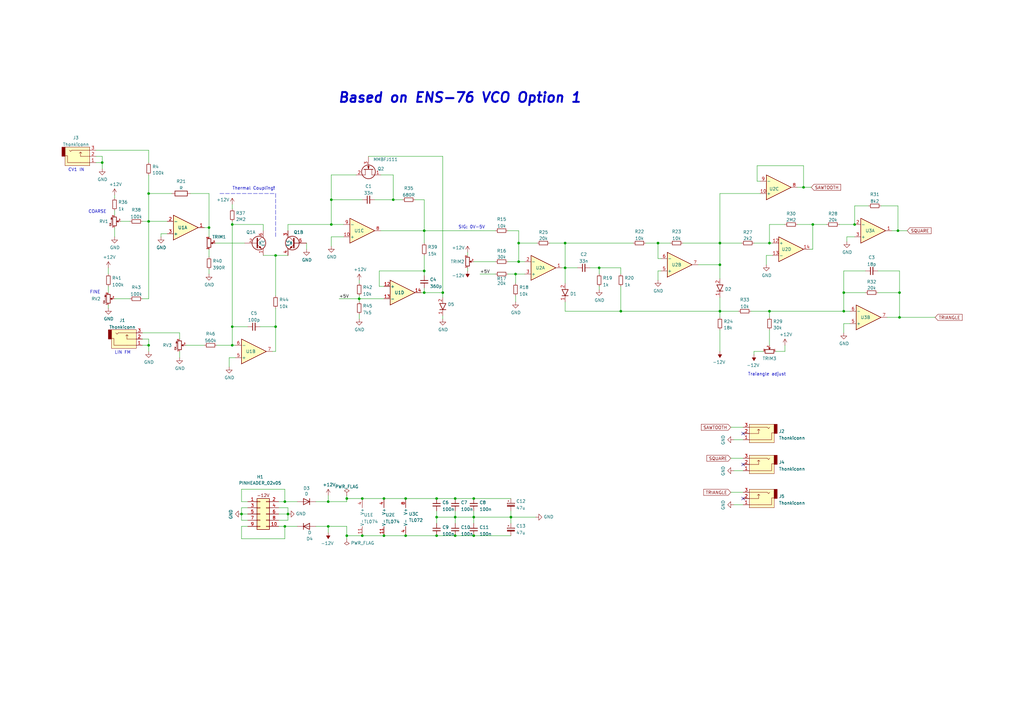
<source format=kicad_sch>
(kicad_sch (version 20211123) (generator eeschema)
  (paper "A3")
  (title_block (title "VCO") (date "2023-01-21") (rev "1") (company "www.solisynth.com"))
  (junction (at 118.11 210.82))
  (junction (at 295.275 99.695))
  (junction (at 346.075 127.635))
  (junction (at 85.725 93.345))
  (junction (at 186.69 212.09))
  (junction (at 209.55 212.09))
  (junction (at 212.725 107.315))
  (junction (at 60.96 79.375))
  (junction (at 269.875 99.695))
  (junction (at 173.99 120.015))
  (junction (at 295.275 108.585))
  (junction (at 350.52 92.075))
  (junction (at 194.31 212.09))
  (junction (at 194.31 204.47))
  (junction (at 315.595 99.695))
  (junction (at 211.455 112.395))
  (junction (at 179.07 204.47))
  (junction (at 95.25 92.075))
  (junction (at 254.635 127.635))
  (junction (at 315.595 127.635))
  (junction (at 181.61 120.015))
  (junction (at 368.935 120.015))
  (junction (at 173.99 111.125))
  (junction (at 231.775 99.695))
  (junction (at 116.84 205.74))
  (junction (at 161.29 81.915))
  (junction (at 148.59 204.47))
  (junction (at 135.89 92.075))
  (junction (at 147.32 122.555))
  (junction (at 368.935 130.175))
  (junction (at 173.99 94.615))
  (junction (at 368.3 94.615))
  (junction (at 116.84 215.9))
  (junction (at 60.96 141.605))
  (junction (at 134.62 215.9))
  (junction (at 166.37 204.47))
  (junction (at 142.24 219.71))
  (junction (at 113.03 104.775))
  (junction (at 142.24 204.47))
  (junction (at 95.25 141.605))
  (junction (at 134.62 205.74))
  (junction (at 99.06 210.82))
  (junction (at 346.075 120.015))
  (junction (at 295.275 127.635))
  (junction (at 148.59 219.71))
  (junction (at 194.31 219.71))
  (junction (at 333.375 92.075))
  (junction (at 179.07 212.09))
  (junction (at 41.91 66.675))
  (junction (at 212.725 99.695))
  (junction (at 186.69 219.71))
  (junction (at 166.37 219.71))
  (junction (at 60.96 90.805))
  (junction (at 135.89 81.915))
  (junction (at 113.03 133.985))
  (junction (at 179.07 219.71))
  (junction (at 231.775 109.855))
  (junction (at 157.48 204.47))
  (junction (at 245.745 109.855))
  (junction (at 329.565 76.835))
  (junction (at 186.69 204.47))
  (junction (at 157.48 219.71))
  (junction (at 95.25 133.985))
  (no_connect (at 304.8 204.47))
  (no_connect (at 304.8 190.5))
  (no_connect (at 304.8 177.8))
  (wire (pts (xy 231.775 109.855) (xy 231.775 99.695)))
  (wire (pts (xy 208.28 94.615) (xy 212.725 94.615)))
  (wire (pts (xy 368.935 130.175) (xy 383.54 130.175)))
  (wire (pts (xy 101.6 213.36) (xy 99.06 213.36)))
  (wire (pts (xy 60.96 66.675) (xy 60.96 61.595)))
  (wire (pts (xy 58.42 90.805) (xy 60.96 90.805)))
  (wire (pts (xy 39.37 66.675) (xy 41.91 66.675)))
  (wire (pts (xy 113.03 104.775) (xy 113.03 121.285)))
  (wire (pts (xy 333.375 92.075) (xy 339.09 92.075)))
  (wire (pts (xy 295.275 135.255) (xy 295.275 144.145)))
  (wire (pts (xy 173.99 120.015) (xy 181.61 120.015)))
  (wire (pts (xy 363.855 130.175) (xy 368.935 130.175)))
  (wire (pts (xy 116.84 205.74) (xy 114.3 205.74)))
  (wire (pts (xy 219.71 212.09) (xy 209.55 212.09)))
  (wire (pts (xy 280.035 99.695) (xy 295.275 99.695)))
  (wire (pts (xy 118.11 213.36) (xy 118.11 210.82)))
  (wire (pts (xy 365.76 94.615) (xy 368.3 94.615)))
  (wire (pts (xy 179.07 204.47) (xy 186.69 204.47)))
  (wire (pts (xy 96.52 141.605) (xy 95.25 141.605)))
  (wire (pts (xy 113.03 133.985) (xy 113.03 126.365)))
  (wire (pts (xy 76.2 141.605) (xy 83.82 141.605)))
  (wire (pts (xy 212.725 99.695) (xy 212.725 107.315)))
  (wire (pts (xy 295.275 108.585) (xy 295.275 114.3)))
  (wire (pts (xy 95.25 133.985) (xy 101.6 133.985)))
  (wire (pts (xy 101.6 210.82) (xy 99.06 210.82)))
  (wire (pts (xy 157.48 117.475) (xy 155.575 117.475)))
  (wire (pts (xy 307.975 127.635) (xy 315.595 127.635)))
  (wire (pts (xy 147.32 114.935) (xy 147.32 116.205)))
  (wire (pts (xy 88.9 141.605) (xy 95.25 141.605)))
  (wire (pts (xy 295.275 99.695) (xy 295.275 108.585)))
  (wire (pts (xy 116.84 205.74) (xy 121.92 205.74)))
  (wire (pts (xy 113.03 144.145) (xy 113.03 133.985)))
  (wire (pts (xy 142.24 203.2) (xy 142.24 204.47)))
  (wire (pts (xy 156.21 94.615) (xy 173.99 94.615)))
  (wire (pts (xy 142.24 204.47) (xy 148.59 204.47)))
  (wire (pts (xy 300.99 193.04) (xy 304.8 193.04)))
  (wire (pts (xy 231.775 99.695) (xy 259.715 99.695)))
  (wire (pts (xy 116.84 200.66) (xy 116.84 205.74)))
  (wire (pts (xy 321.945 144.145) (xy 321.945 141.605)))
  (wire (pts (xy 101.6 215.9) (xy 99.06 215.9)))
  (wire (pts (xy 161.29 71.755) (xy 156.21 71.755)))
  (wire (pts (xy 148.59 81.915) (xy 135.89 81.915)))
  (wire (pts (xy 166.37 219.71) (xy 179.07 219.71)))
  (wire (pts (xy 125.73 99.695) (xy 125.73 102.235)))
  (wire (pts (xy 209.55 212.09) (xy 209.55 214.63)))
  (wire (pts (xy 179.07 209.55) (xy 179.07 212.09)))
  (wire (pts (xy 118.11 94.615) (xy 118.11 92.075)))
  (wire (pts (xy 186.69 219.71) (xy 194.31 219.71)))
  (wire (pts (xy 161.29 81.915) (xy 165.1 81.915)))
  (wire (pts (xy 99.06 220.98) (xy 116.84 220.98)))
  (wire (pts (xy 194.31 212.09) (xy 194.31 214.63)))
  (wire (pts (xy 327.025 92.075) (xy 333.375 92.075)))
  (wire (pts (xy 147.32 128.905) (xy 147.32 130.81)))
  (wire (pts (xy 211.455 112.395) (xy 215.265 112.395)))
  (wire (pts (xy 44.45 125.095) (xy 44.45 126.365)))
  (wire (pts (xy 181.61 129.54) (xy 181.61 130.81)))
  (wire (pts (xy 118.11 92.075) (xy 135.89 92.075)))
  (wire (pts (xy 310.515 74.295) (xy 311.785 74.295)))
  (wire (pts (xy 58.42 139.065) (xy 60.96 139.065)))
  (wire (pts (xy 39.37 61.595) (xy 60.96 61.595)))
  (wire (pts (xy 212.725 107.315) (xy 215.265 107.315)))
  (wire (pts (xy 211.455 121.285) (xy 211.455 123.825)))
  (wire (pts (xy 134.62 205.74) (xy 142.24 205.74)))
  (wire (pts (xy 299.72 187.96) (xy 304.8 187.96)))
  (wire (pts (xy 347.345 97.155) (xy 350.52 97.155)))
  (wire (pts (xy 78.105 79.375) (xy 85.725 79.375)))
  (wire (pts (xy 300.99 207.01) (xy 304.8 207.01)))
  (wire (pts (xy 173.99 120.015) (xy 173.99 118.11)))
  (wire (pts (xy 299.72 175.26) (xy 304.8 175.26)))
  (wire (pts (xy 73.66 136.525) (xy 73.66 139.065)))
  (wire (pts (xy 46.99 86.36) (xy 46.99 88.265)))
  (wire (pts (xy 186.69 212.09) (xy 179.07 212.09)))
  (wire (pts (xy 111.76 144.145) (xy 113.03 144.145)))
  (wire (pts (xy 318.135 144.145) (xy 321.945 144.145)))
  (wire (pts (xy 194.31 209.55) (xy 194.31 212.09)))
  (wire (pts (xy 271.145 106.045) (xy 269.875 106.045)))
  (wire (pts (xy 101.6 205.74) (xy 99.06 205.74)))
  (wire (pts (xy 95.25 90.805) (xy 95.25 92.075)))
  (wire (pts (xy 148.59 204.47) (xy 157.48 204.47)))
  (wire (pts (xy 41.91 66.675) (xy 41.91 69.215)))
  (wire (pts (xy 245.745 109.855) (xy 254.635 109.855)))
  (wire (pts (xy 114.3 208.28) (xy 118.11 208.28)))
  (wire (pts (xy 360.045 120.015) (xy 368.935 120.015)))
  (wire (pts (xy 99.06 205.74) (xy 99.06 200.66)))
  (wire (pts (xy 254.635 109.855) (xy 254.635 112.395)))
  (wire (pts (xy 310.515 67.945) (xy 310.515 74.295)))
  (wire (pts (xy 212.725 99.695) (xy 220.345 99.695)))
  (wire (pts (xy 356.235 84.455) (xy 350.52 84.455)))
  (wire (pts (xy 85.725 79.375) (xy 85.725 93.345)))
  (wire (pts (xy 209.55 212.09) (xy 194.31 212.09)))
  (wire (pts (xy 179.07 212.09) (xy 179.07 214.63)))
  (wire (pts (xy 148.59 219.71) (xy 157.48 219.71)))
  (wire (pts (xy 60.96 141.605) (xy 60.96 144.145)))
  (wire (pts (xy 134.62 215.9) (xy 142.24 215.9)))
  (wire (pts (xy 49.53 90.805) (xy 53.34 90.805)))
  (wire (pts (xy 327.025 76.835) (xy 329.565 76.835)))
  (wire (pts (xy 186.69 212.09) (xy 186.69 214.63)))
  (wire (pts (xy 161.29 81.915) (xy 153.67 81.915)))
  (wire (pts (xy 142.24 219.71) (xy 142.24 220.98)))
  (wire (pts (xy 41.91 64.135) (xy 41.91 66.675)))
  (wire (pts (xy 346.075 120.015) (xy 354.965 120.015)))
  (wire (pts (xy 346.075 111.125) (xy 346.075 120.015)))
  (wire (pts (xy 116.84 215.9) (xy 121.92 215.9)))
  (wire (pts (xy 58.42 136.525) (xy 73.66 136.525)))
  (wire (pts (xy 155.575 111.125) (xy 173.99 111.125)))
  (wire (pts (xy 348.615 132.715) (xy 346.075 132.715)))
  (wire (pts (xy 254.635 117.475) (xy 254.635 127.635)))
  (wire (pts (xy 309.245 144.145) (xy 309.245 145.415)))
  (wire (pts (xy 85.725 93.345) (xy 85.725 97.155)))
  (wire (pts (xy 231.775 109.855) (xy 236.855 109.855)))
  (wire (pts (xy 350.52 84.455) (xy 350.52 92.075)))
  (wire (pts (xy 96.52 146.685) (xy 93.98 146.685)))
  (wire (pts (xy 155.575 117.475) (xy 155.575 111.125)))
  (wire (pts (xy 157.48 219.71) (xy 166.37 219.71)))
  (wire (pts (xy 142.24 215.9) (xy 142.24 219.71)))
  (wire (pts (xy 231.775 99.695) (xy 225.425 99.695)))
  (wire (pts (xy 245.745 109.855) (xy 245.745 112.395)))
  (wire (pts (xy 208.28 107.315) (xy 212.725 107.315)))
  (wire (pts (xy 83.82 93.345) (xy 85.725 93.345)))
  (wire (pts (xy 107.95 92.075) (xy 107.95 94.615)))
  (wire (pts (xy 147.32 122.555) (xy 147.32 123.825)))
  (wire (pts (xy 95.25 92.075) (xy 107.95 92.075)))
  (polyline (pts (xy 90.17 79.375) (xy 113.03 79.375)))
  (wire (pts (xy 269.875 111.125) (xy 269.875 114.935)))
  (wire (pts (xy 315.595 127.635) (xy 346.075 127.635)))
  (wire (pts (xy 88.265 99.695) (xy 100.33 99.695)))
  (wire (pts (xy 254.635 127.635) (xy 295.275 127.635)))
  (wire (pts (xy 329.565 76.835) (xy 332.74 76.835)))
  (wire (pts (xy 360.045 111.125) (xy 368.935 111.125)))
  (wire (pts (xy 368.935 130.175) (xy 368.935 120.015)))
  (wire (pts (xy 60.96 90.805) (xy 60.96 79.375)))
  (wire (pts (xy 140.97 97.155) (xy 135.89 97.155)))
  (wire (pts (xy 73.66 144.145) (xy 73.66 146.685)))
  (wire (pts (xy 315.595 99.695) (xy 316.865 99.695)))
  (wire (pts (xy 315.595 127.635) (xy 315.595 130.175)))
  (wire (pts (xy 166.37 204.47) (xy 179.07 204.47)))
  (wire (pts (xy 113.03 104.775) (xy 118.11 104.775)))
  (wire (pts (xy 368.3 84.455) (xy 361.315 84.455)))
  (wire (pts (xy 333.375 92.075) (xy 333.375 102.235)))
  (wire (pts (xy 135.89 81.915) (xy 135.89 92.075)))
  (wire (pts (xy 99.06 208.28) (xy 99.06 210.82)))
  (polyline (pts (xy 113.03 79.375) (xy 113.03 97.155)))
  (wire (pts (xy 209.55 209.55) (xy 209.55 212.09)))
  (wire (pts (xy 60.96 79.375) (xy 70.485 79.375)))
  (wire (pts (xy 314.325 104.775) (xy 314.325 108.585)))
  (wire (pts (xy 173.99 94.615) (xy 173.99 81.915)))
  (wire (pts (xy 99.06 213.36) (xy 99.06 210.82)))
  (wire (pts (xy 107.95 104.775) (xy 113.03 104.775)))
  (wire (pts (xy 114.3 213.36) (xy 118.11 213.36)))
  (wire (pts (xy 231.775 127.635) (xy 254.635 127.635)))
  (wire (pts (xy 329.565 67.945) (xy 310.515 67.945)))
  (wire (pts (xy 309.245 144.145) (xy 313.055 144.145)))
  (wire (pts (xy 264.795 99.695) (xy 269.875 99.695)))
  (wire (pts (xy 194.31 107.315) (xy 203.2 107.315)))
  (wire (pts (xy 314.325 104.775) (xy 316.865 104.775)))
  (wire (pts (xy 142.24 219.71) (xy 148.59 219.71)))
  (wire (pts (xy 309.245 99.695) (xy 315.595 99.695)))
  (wire (pts (xy 151.13 64.135) (xy 181.61 64.135)))
  (wire (pts (xy 99.06 200.66) (xy 116.84 200.66)))
  (wire (pts (xy 300.99 180.34) (xy 304.8 180.34)))
  (wire (pts (xy 286.385 108.585) (xy 295.275 108.585)))
  (wire (pts (xy 181.61 64.135) (xy 181.61 120.015)))
  (wire (pts (xy 295.275 127.635) (xy 295.275 121.92)))
  (wire (pts (xy 196.85 112.395) (xy 203.2 112.395)))
  (wire (pts (xy 147.32 121.285) (xy 147.32 122.555)))
  (wire (pts (xy 99.06 215.9) (xy 99.06 220.98)))
  (wire (pts (xy 186.69 204.47) (xy 194.31 204.47)))
  (wire (pts (xy 321.945 92.075) (xy 315.595 92.075)))
  (wire (pts (xy 347.345 99.06) (xy 347.345 97.155)))
  (wire (pts (xy 173.99 113.03) (xy 173.99 111.125)))
  (wire (pts (xy 95.25 133.985) (xy 95.25 141.605)))
  (wire (pts (xy 66.04 95.885) (xy 66.04 97.155)))
  (wire (pts (xy 142.24 205.74) (xy 142.24 204.47)))
  (wire (pts (xy 170.18 81.915) (xy 173.99 81.915)))
  (wire (pts (xy 173.99 104.775) (xy 173.99 111.125)))
  (wire (pts (xy 106.68 133.985) (xy 113.03 133.985)))
  (wire (pts (xy 346.075 120.015) (xy 346.075 127.635)))
  (wire (pts (xy 315.595 92.075) (xy 315.595 99.695)))
  (wire (pts (xy 191.77 109.855) (xy 191.77 111.125)))
  (wire (pts (xy 95.25 92.075) (xy 95.25 133.985)))
  (wire (pts (xy 368.3 94.615) (xy 368.3 84.455)))
  (wire (pts (xy 231.775 123.825) (xy 231.775 127.635)))
  (wire (pts (xy 315.595 135.255) (xy 315.595 141.605)))
  (wire (pts (xy 139.065 122.555) (xy 147.32 122.555)))
  (wire (pts (xy 134.62 215.9) (xy 134.62 218.44)))
  (wire (pts (xy 304.165 99.695) (xy 295.275 99.695)))
  (wire (pts (xy 269.875 99.695) (xy 274.955 99.695)))
  (wire (pts (xy 46.99 93.345) (xy 46.99 97.155)))
  (wire (pts (xy 60.96 71.755) (xy 60.96 79.375)))
  (wire (pts (xy 368.935 111.125) (xy 368.935 120.015)))
  (wire (pts (xy 85.725 110.49) (xy 85.725 112.395)))
  (wire (pts (xy 44.45 109.855) (xy 44.45 112.395)))
  (wire (pts (xy 299.72 201.93) (xy 304.8 201.93)))
  (wire (pts (xy 60.96 139.065) (xy 60.96 141.605)))
  (wire (pts (xy 172.72 120.015) (xy 173.99 120.015)))
  (wire (pts (xy 161.29 71.755) (xy 161.29 81.915)))
  (wire (pts (xy 118.11 210.82) (xy 114.3 210.82)))
  (wire (pts (xy 269.875 106.045) (xy 269.875 99.695)))
  (wire (pts (xy 344.17 92.075) (xy 350.52 92.075)))
  (wire (pts (xy 58.42 141.605) (xy 60.96 141.605)))
  (wire (pts (xy 60.96 122.555) (xy 60.96 90.805)))
  (wire (pts (xy 245.745 117.475) (xy 245.745 118.745)))
  (wire (pts (xy 368.3 94.615) (xy 372.11 94.615)))
  (wire (pts (xy 329.565 76.835) (xy 329.565 67.945)))
  (wire (pts (xy 295.275 127.635) (xy 295.275 130.175)))
  (wire (pts (xy 68.58 95.885) (xy 66.04 95.885)))
  (wire (pts (xy 135.89 92.075) (xy 140.97 92.075)))
  (wire (pts (xy 68.58 90.805) (xy 60.96 90.805)))
  (wire (pts (xy 186.69 212.09) (xy 194.31 212.09)))
  (wire (pts (xy 93.98 146.685) (xy 93.98 150.495)))
  (wire (pts (xy 354.965 111.125) (xy 346.075 111.125)))
  (wire (pts (xy 101.6 208.28) (xy 99.06 208.28)))
  (wire (pts (xy 95.25 83.82) (xy 95.25 85.725)))
  (wire (pts (xy 212.725 94.615) (xy 212.725 99.695)))
  (wire (pts (xy 147.32 122.555) (xy 157.48 122.555)))
  (wire (pts (xy 348.615 127.635) (xy 346.075 127.635)))
  (wire (pts (xy 135.89 71.755) (xy 135.89 81.915)))
  (wire (pts (xy 146.05 71.755) (xy 135.89 71.755)))
  (wire (pts (xy 118.11 208.28) (xy 118.11 210.82)))
  (wire (pts (xy 208.28 112.395) (xy 211.455 112.395)))
  (wire (pts (xy 135.89 97.155) (xy 135.89 100.965)))
  (wire (pts (xy 157.48 204.47) (xy 166.37 204.47)))
  (wire (pts (xy 116.84 215.9) (xy 114.3 215.9)))
  (wire (pts (xy 44.45 117.475) (xy 44.45 120.015)))
  (wire (pts (xy 346.075 132.715) (xy 346.075 136.525)))
  (wire (pts (xy 231.775 109.855) (xy 231.775 116.205)))
  (wire (pts (xy 191.77 103.505) (xy 191.77 104.775)))
  (wire (pts (xy 129.54 205.74) (xy 134.62 205.74)))
  (wire (pts (xy 116.84 220.98) (xy 116.84 215.9)))
  (wire (pts (xy 271.145 111.125) (xy 269.875 111.125)))
  (wire (pts (xy 46.99 122.555) (xy 53.34 122.555)))
  (wire (pts (xy 333.375 102.235) (xy 332.105 102.235)))
  (wire (pts (xy 295.275 79.375) (xy 295.275 99.695)))
  (wire (pts (xy 181.61 120.015) (xy 181.61 121.92)))
  (wire (pts (xy 39.37 64.135) (xy 41.91 64.135)))
  (wire (pts (xy 173.99 94.615) (xy 173.99 99.695)))
  (wire (pts (xy 134.62 205.74) (xy 134.62 203.2)))
  (wire (pts (xy 85.725 102.235) (xy 85.725 105.41)))
  (wire (pts (xy 46.99 80.01) (xy 46.99 81.28)))
  (wire (pts (xy 179.07 219.71) (xy 186.69 219.71)))
  (wire (pts (xy 295.275 127.635) (xy 302.895 127.635)))
  (wire (pts (xy 295.275 79.375) (xy 311.785 79.375)))
  (wire (pts (xy 194.31 204.47) (xy 209.55 204.47)))
  (wire (pts (xy 194.31 219.71) (xy 209.55 219.71)))
  (wire (pts (xy 173.99 94.615) (xy 203.2 94.615)))
  (wire (pts (xy 58.42 122.555) (xy 60.96 122.555)))
  (wire (pts (xy 230.505 109.855) (xy 231.775 109.855)))
  (wire (pts (xy 241.935 109.855) (xy 245.745 109.855)))
  (wire (pts (xy 129.54 215.9) (xy 134.62 215.9)))
  (wire (pts (xy 211.455 112.395) (xy 211.455 116.205)))
  (wire (pts (xy 186.69 209.55) (xy 186.69 212.09)))
  (text "CV1 IN" (at 27.94 70.485 0) (effects (font (size 1.27 1.27)) (justify left bottom)))
  (text "SIG: 0V-5V" (at 187.96 93.98 0) (effects (font (size 1.27 1.27)) (justify left bottom)))
  (text "Based on ENS-76 VCO Option 1" (at 138.43 42.545 0) (effects (font (size 4 4) (thickness 0.8) bold italic) (justify left bottom)))
  (text "Traiangle adjust" (at 306.705 154.305 0) (effects (font (size 1.27 1.27)) (justify left bottom)))
  (text "FINE" (at 36.83 120.65 0) (effects (font (size 1.27 1.27)) (justify left bottom)))
  (text "LIN FM" (at 46.99 145.415 0) (effects (font (size 1.27 1.27)) (justify left bottom)))
  (text "COARSE" (at 36.195 87.63 0) (effects (font (size 1.27 1.27)) (justify left bottom)))
  (text "Thermal Coupling!" (at 95.25 78.105 0) (effects (font (size 1.27 1.27)) (justify left bottom)))
  (label "+5V" (at 139.065 122.555 0))
  (label "+5V" (at 196.85 112.395 0))
  (global_label "TRIANGLE" (shape input) (at 299.72 201.93 180) (property "Intersheet References" "${INTERSHEET_REFS}" (effects hide)))
  (global_label "SQUARE" (shape input) (at 372.11 94.615 0) (property "Intersheet References" "${INTERSHEET_REFS}" (effects hide)))
  (global_label "SQUARE" (shape input) (at 299.72 187.96 180) (property "Intersheet References" "${INTERSHEET_REFS}" (effects hide)))
  (global_label "SAWTOOTH" (shape input) (at 332.74 76.835 0) (property "Intersheet References" "${INTERSHEET_REFS}" (effects hide)))
  (global_label "SAWTOOTH" (shape input) (at 299.72 175.26 180) (property "Intersheet References" "${INTERSHEET_REFS}" (effects hide)))
  (global_label "TRIANGLE" (shape input) (at 383.54 130.175 0) (property "Intersheet References" "${INTERSHEET_REFS}" (effects hide)))
  (symbol (lib_id "power:GND") (at 41.91 69.215 0) (unit 1)
    (property "Reference" "#PWR0101" (effects hide))
    (property "Value" "GND" (at 42.037 73.6092 0))
  )
  (symbol (lib_id "power:GND") (at 93.98 150.495 0) (unit 1)
    (property "Reference" "#PWR0102" (effects hide))
    (property "Value" "GND" (at 94.107 154.8892 0))
  )
  (symbol (lib_id "power:GND") (at 66.04 97.155 0) (unit 1)
    (property "Reference" "#PWR0103" (effects hide))
    (property "Value" "GND" (at 66.167 101.5492 0))
  )
  (symbol (lib_id "power:GND") (at 73.66 146.685 0) (unit 1)
    (property "Reference" "#PWR0104" (effects hide))
    (property "Value" "GND" (at 73.787 151.0792 0))
  )
  (symbol (lib_id "power:GND") (at 60.96 144.145 0) (unit 1)
    (property "Reference" "#PWR0105" (effects hide))
    (property "Value" "GND" (at 61.087 148.5392 0))
  )
  (symbol (lib_id "power:GND") (at 135.89 100.965 0) (unit 1)
    (property "Reference" "#PWR0106" (effects hide))
    (property "Value" "GND" (at 136.017 105.3592 0))
  )
  (symbol (lib_id "power:GND") (at 147.32 130.81 0) (unit 1)
    (property "Reference" "#PWR0108" (effects hide))
    (property "Value" "GND" (at 147.447 135.2042 0))
  )
  (symbol (lib_id "power:+12V") (at 147.32 114.935 0) (unit 1)
    (property "Reference" "#PWR0110" (effects hide))
    (property "Value" "+12V" (at 147.701 110.5408 0))
  )
  (symbol (lib_id "power:+12V") (at 191.77 103.505 0) (unit 1)
    (property "Reference" "#PWR0111" (effects hide))
    (property "Value" "+12V" (at 187.96 101.6 0))
  )
  (symbol (lib_id "power:-12V") (at 191.77 111.125 180) (unit 1)
    (property "Reference" "#PWR0112" (effects hide))
    (property "Value" "-12V" (at 187.96 113.03 0))
  )
  (symbol (lib_id "power:GND") (at 211.455 123.825 0) (unit 1)
    (property "Reference" "#PWR0113" (effects hide))
    (property "Value" "GND" (at 211.582 128.2192 0))
  )
  (symbol (lib_id "power:GND") (at 85.725 112.395 0) (unit 1)
    (property "Reference" "#PWR0123" (effects hide))
    (property "Value" "GND" (at 85.852 116.7892 0))
  )
  (symbol (lib_id "power:GND") (at 245.745 118.745 0) (unit 1)
    (property "Reference" "#PWR0115" (effects hide))
    (property "Value" "GND" (at 245.872 123.1392 0))
  )
  (symbol (lib_id "power:GND") (at 269.875 114.935 0) (unit 1)
    (property "Reference" "#PWR0116" (effects hide))
    (property "Value" "GND" (at 270.002 119.3292 0))
  )
  (symbol (lib_id "power:-12V") (at 295.275 144.145 180) (unit 1)
    (property "Reference" "#PWR0118" (effects hide))
    (property "Value" "-12V" (at 294.894 148.5392 0))
  )
  (symbol (lib_id "power:GND") (at 125.73 102.235 0) (unit 1)
    (property "Reference" "#PWR0124" (effects hide))
    (property "Value" "GND" (at 125.857 106.6292 0))
  )
  (symbol (lib_id "power:-12V") (at 309.245 145.415 180) (unit 1)
    (property "Reference" "#PWR0120" (effects hide))
    (property "Value" "-12V" (at 308.864 149.8092 0))
  )
  (symbol (lib_id "power:+12V") (at 321.945 141.605 0) (unit 1)
    (property "Reference" "#PWR0121" (effects hide))
    (property "Value" "+12V" (at 322.326 137.2108 0))
  )
  (symbol (lib_id "power:GND") (at 346.075 136.525 0) (unit 1)
    (property "Reference" "#PWR0122" (effects hide))
    (property "Value" "GND" (at 346.202 140.9192 0))
  )
  (symbol (lib_id "power:+12V") (at 46.99 80.01 0) (unit 1)
    (property "Reference" "#PWR0125" (effects hide))
    (property "Value" "+12V" (at 47.371 75.6158 0))
  )
  (symbol (lib_id "power:GND") (at 46.99 97.155 0) (unit 1)
    (property "Reference" "#PWR0126" (effects hide))
    (property "Value" "GND" (at 47.117 101.5492 0))
  )
  (symbol (lib_id "power:+12V") (at 44.45 109.855 0) (unit 1)
    (property "Reference" "#PWR0127" (effects hide))
    (property "Value" "+12V" (at 44.831 105.4608 0))
  )
  (symbol (lib_id "power:GND") (at 44.45 126.365 0) (unit 1)
    (property "Reference" "#PWR0128" (effects hide))
    (property "Value" "GND" (at 44.577 130.7592 0))
  )
  (symbol (lib_id "power:GND") (at 314.325 108.585 0) (unit 1)
    (property "Reference" "#PWR0129" (effects hide))
    (property "Value" "GND" (at 314.452 112.9792 0))
  )
  (symbol (lib_id "Device:D") (at 125.73 205.74 180) (unit 1)
    (property "Reference" "D3" (at 125.73 200.2536 0))
    (property "Value" "D" (at 125.73 202.565 0))
    (property "Footprint" "Diode_SMD:D_SOD-123" (effects hide))
    (property "MFN" "Panjit International Inc." (effects hide))
    (property "MPN" "SBA130AS_R1_00001" (effects hide))
  )
  (symbol (lib_id "Device:D") (at 125.73 215.9 0) (unit 1)
    (property "Reference" "D4" (at 127 220.98 0))
    (property "Value" "D" (at 127 218.44 0))
    (property "Footprint" "Diode_SMD:D_SOD-123" (effects hide))
    (property "MFN" "Panjit International Inc." (effects hide))
    (property "MPN" "SBA130AS_R1_00001" (effects hide))
  )
  (symbol (lib_id "power:GND") (at 99.06 210.82 270) (unit 1)
    (property "Reference" "#PWR0136" (effects hide))
    (property "Value" "GND" (at 94.6658 210.947 0))
  )
  (symbol (lib_id "power:+12V") (at 134.62 203.2 0) (unit 1)
    (property "Reference" "#PWR0137" (effects hide))
    (property "Value" "+12V" (at 135.001 198.8058 0))
  )
  (symbol (lib_id "power:-12V") (at 134.62 218.44 180) (unit 1)
    (property "Reference" "#PWR0138" (effects hide))
    (property "Value" "-12V" (at 134.239 222.8342 0))
  )
  (symbol (lib_id "power:GND") (at 118.11 210.82 90) (unit 1)
    (property "Reference" "#PWR0139" (effects hide))
    (property "Value" "GND" (at 121.3612 210.693 90) (effects (justify right)))
  )
  (symbol (lib_id "power:GND") (at 219.71 212.09 90) (unit 1)
    (property "Reference" "#PWR0140" (effects hide))
    (property "Value" "GND" (at 222.9612 211.963 90) (effects (justify right)))
  )
  (symbol (lib_id "opamps:TL074") (at 165.1 120.015 0) (unit 4)
    (property "Reference" "U1" (at 163.83 120.015 0))
    (property "Value" "TL074" (effects hide))
    (property "Footprint" "ic_packages:SOIC-14_3.9x8.7mm_P1.27mm" (effects hide))
    (property "Datasheet" "http://www.ti.com/lit/ds/symlink/tl071.pdf" (effects hide))
    (property "MFN" "Texas Instruments" (effects hide))
    (property "MPN" "TL074" (effects hide))
  )
  (symbol (lib_id "resistor_0603:100k") (at 44.45 114.935 0) (unit 1)
    (property "Reference" "R41" (at 45.9486 114.0265 0) (effects (justify left)))
    (property "Value" "100k" (at 45.9486 116.8016 0) (effects (justify left)))
    (property "Footprint" "passive_parts:R_0603_1608Metric" (effects hide))
    (property "Datasheet" "https://www.bourns.com/docs/product-datasheets/cr.pdf?sfvrsn=574d41f6_14" (effects hide))
    (property "MFN" "Bourns" (effects hide))
    (property "MPN" "CR0603-FX-1003ELF" (effects hide))
    (property "Tolerance" "1%" (effects hide))
    (property "Power" "1/10W" (effects hide))
  )
  (symbol (lib_id "diode_smd:1N5819HW-7-F") (at 292.735 118.11 90) (unit 1)
    (property "Reference" "D2" (at 297.307 118.589 90) (effects (justify right)))
    (property "Value" "D" (effects hide))
    (property "Footprint" "ic_packages:SOD-123" (effects hide))
    (property "Datasheet" "https://www.mouser.de/datasheet/2/115/DIOD_S_A0011683586_1-2543674.pdf" (effects hide))
    (property "MFN" "Panjit International Inc." (effects hide))
    (property "MPN" "SBA130AS_R1_00001" (effects hide))
  )
  (symbol (lib_id "transistor_BJT:BCM847BS,115") (at 120.65 99.695 0) (mirror y) (unit 2)
    (property "Reference" "Q1" (at 124.46 95.25 0) (effects (justify left)))
    (property "Value" "BCM847BS,115" (effects hide))
    (property "Footprint" "ic_packages:SOT65P210X110-6N" (effects hide))
    (property "Datasheet" "http://uk.rs-online.com/web/p/products/7920844" (effects hide))
    (property "Description" "Nexperia BCM847BS,115 Dual NPN Transistor, 100 mA, 45 V, 6-Pin SOT-363" (effects hide))
    (property "Height" "1.1" (effects hide))
    (property "MFN" "Nexperia" (effects hide))
    (property "MPN" "BCM847BS,115" (effects hide))
  )
  (symbol (lib_id "resistor_0603:1k") (at 254.635 114.935 0) (unit 1)
    (property "Reference" "R20" (at 256.1336 114.0265 0) (effects (justify left)))
    (property "Value" "1k" (at 256.1336 116.8016 0) (effects (justify left)))
    (property "Footprint" "passive_parts:R_0603_1608Metric" (effects hide))
    (property "Datasheet" "https://www.bourns.com/docs/product-datasheets/cr.pdf?sfvrsn=574d41f6_14" (effects hide))
    (property "MFN" "Bourns" (effects hide))
    (property "MPN" "CR0603-FX-1001ELF" (effects hide))
    (property "Tolerance" "1%" (effects hide))
    (property "Power" "1/10" (effects hide))
  )
  (symbol (lib_id "potentiometers:3362P-1-104LF") (at 190.5 107.315 90) (unit 1)
    (property "Reference" "TRIM2" (at 190.5 107.315 90) (effects (justify left)))
    (property "Value" "3362P-1-104LF" (effects hide))
    (property "Footprint" "potentiometers:3362P" (effects hide))
    (property "MFN" "Bourns" (effects hide))
    (property "MPN" "3362P-1-104LF" (effects hide))
  )
  (symbol (lib_id "connectors:Thonkiconn") (at 50.8 127.635 0) (unit 1)
    (property "Reference" "J1" (at 50.165 131.4155 0))
    (property "Value" "Thonkiconn" (at 50.165 134.1906 0))
    (property "Footprint" "audio_jacks:WQP-PJ398SM" (effects hide))
    (property "MPN" "WQP-PJ398SM" (effects hide))
  )
  (symbol (lib_id "opamps:TL072") (at 163.83 212.09 0) (mirror y) (unit 3)
    (property "Reference" "U3" (at 167.64 210.82 0) (effects (justify right)))
    (property "Value" "TL072" (at 167.64 213.36 0) (effects (justify right)))
    (property "Footprint" "ic_packages:SOIC-8_3.9x4.9mm_P1.27mm" (effects hide))
    (property "Datasheet" "http://www.ti.com/lit/ds/symlink/tl071.pdf" (effects hide))
    (property "MFN" "Texas Instruments" (effects hide))
    (property "MPN" "TL072" (effects hide))
  )
  (symbol (lib_id "opamps:TL074") (at 160.02 212.09 0) (unit 5)
    (property "Reference" "U2" (at 158.115 211.1815 0) (effects (justify left)))
    (property "Value" "TL074" (at 158.115 213.9566 0) (effects (justify left)))
    (property "Footprint" "ic_packages:SOIC-14_3.9x8.7mm_P1.27mm" (effects hide))
    (property "Datasheet" "http://www.ti.com/lit/ds/symlink/tl071.pdf" (effects hide))
    (property "MFN" "Texas Instruments" (effects hide))
    (property "MPN" "TL074" (effects hide))
  )
  (symbol (lib_id "resistor_0603:7k5") (at 147.32 126.365 0) (unit 1)
    (property "Reference" "R45" (at 148.8186 125.4565 0) (effects (justify left)))
    (property "Value" "7k5" (at 148.8186 128.2316 0) (effects (justify left)))
    (property "Footprint" "passive_parts:R_0603_1608Metric" (effects hide))
    (property "Datasheet" "https://www.bourns.com/docs/product-datasheets/cr.pdf?sfvrsn=574d41f6_14" (effects hide))
    (property "MFN" "Bourns" (effects hide))
    (property "MPN" "CR0603-FX-7501ELF" (effects hide))
    (property "Tolerance" "1%" (effects hide))
    (property "Power" "1/10W" (effects hide))
    (property "LCSC" "C3016324" (effects hide))
  )
  (symbol (lib_id "resistor_0603:30k") (at 315.595 132.715 0) (unit 1)
    (property "Reference" "R29" (at 317.0936 131.8803 0) (effects (justify left)))
    (property "Value" "30k" (at 317.0936 134.4172 0) (effects (justify left)))
    (property "Footprint" "passive_parts:R_0603_1608Metric" (effects hide))
    (property "Datasheet" "https://www.bourns.com/docs/product-datasheets/cr.pdf?sfvrsn=574d41f6_14" (effects hide))
    (property "MFN" "Bourns" (effects hide))
    (property "MPN" "CR0603-FX-3002ELF" (effects hide))
    (property "Tolerance" "1%" (effects hide))
  )
  (symbol (lib_id "connectors:Thonkiconn") (at 312.42 179.07 0) (mirror y) (unit 1)
    (property "Reference" "J4" (at 319.405 189.5915 0) (effects (justify right)))
    (property "Value" "Thonkiconn" (at 319.405 192.3666 0) (effects (justify right)))
    (property "Footprint" "audio_jacks:WQP-PJ398SM" (effects hide))
    (property "MPN" "WQP-PJ398SM" (effects hide))
  )
  (symbol (lib_id "opamps:TL074") (at 146.05 212.09 0) (mirror y) (unit 5)
    (property "Reference" "U1" (at 149.225 211.1815 0) (effects (justify right)))
    (property "Value" "TL074" (at 149.225 213.9566 0) (effects (justify right)))
    (property "Footprint" "ic_packages:SOIC-14_3.9x8.7mm_P1.27mm" (effects hide))
    (property "Datasheet" "http://www.ti.com/lit/ds/symlink/tl071.pdf" (effects hide))
    (property "MFN" "Texas Instruments" (effects hide))
    (property "MPN" "TL074" (effects hide))
  )
  (symbol (lib_id "resistor_0603:100k") (at 55.88 90.805 90) (unit 1)
    (property "Reference" "R38" (at 55.88 86.1019 90))
    (property "Value" "100k" (at 55.88 88.877 90))
    (property "Footprint" "passive_parts:R_0603_1608Metric" (effects hide))
    (property "Datasheet" "https://www.bourns.com/docs/product-datasheets/cr.pdf?sfvrsn=574d41f6_14" (effects hide))
    (property "MFN" "Bourns" (effects hide))
    (property "MPN" "CR0603-FX-1003ELF" (effects hide))
    (property "Tolerance" "1%" (effects hide))
    (property "Power" "1/10W" (effects hide))
  )
  (symbol (lib_id "resistor_0603:560k") (at 86.36 141.605 90) (unit 1)
    (property "Reference" "R46" (at 86.36 136.9019 90))
    (property "Value" "560k" (at 86.36 139.677 90))
    (property "Footprint" "passive_parts:R_0603_1608Metric" (effects hide))
    (property "Datasheet" "https://www.bourns.com/docs/product-datasheets/cr.pdf?sfvrsn=574d41f6_14" (effects hide))
    (property "MFN" "Bourns" (effects hide))
    (property "MPN" "CR0603-FX-5603ELF" (effects hide))
    (property "Tolerance" "1%" (effects hide))
    (property "Power" "1/10W" (effects hide))
  )
  (symbol (lib_id "resistor_0603:10k") (at 211.455 118.745 180) (unit 1)
    (property "Reference" "R18" (at 212.9536 117.8365 0) (effects (justify right)))
    (property "Value" "10k" (at 212.9536 120.6116 0) (effects (justify right)))
    (property "Footprint" "passive_parts:R_0603_1608Metric" (effects hide))
    (property "Datasheet" "https://www.bourns.com/docs/product-datasheets/cr.pdf?sfvrsn=574d41f6_14" (effects hide))
    (property "MFN" "Bourns" (effects hide))
    (property "MPN" "CR0603-FX-1002ELF" (effects hide))
    (property "Tolerance" "1%" (effects hide))
    (property "Power" "1/10W" (effects hide))
  )
  (symbol (lib_id "power:GND") (at 300.99 193.04 270) (unit 1)
    (property "Reference" "#PWR0130" (effects hide))
    (property "Value" "GND" (at 296.5958 193.167 0))
  )
  (symbol (lib_id "capacitor_mlcc_0603:100n") (at 186.69 207.01 0) (unit 1)
    (property "Reference" "C7" (at 189.0141 206.1078 0) (effects (justify left)))
    (property "Value" "100n" (at 189.0141 208.8829 0) (effects (justify left)))
    (property "Footprint" "passive_parts:C_0603_1608Metric" (effects hide))
    (property "Datasheet" "https://media.digikey.com/pdf/Data%20Sheets/Samsung%20PDFs/CL10B104JB8NNNC_Spec.pdf" (effects hide))
    (property "Voltage" "50V" (effects hide))
    (property "Dielectric" "X7R" (effects hide))
    (property "Tolerance" "5%" (effects hide))
    (property "MFN" "Samsung Electro-Mechanics" (effects hide))
    (property "MPN" "CL10B104JB8NNNC" (effects hide))
  )
  (symbol (lib_id "resistor_0603:390R") (at 85.725 107.95 0) (unit 1)
    (property "Reference" "R40" (at 87.2236 107.0415 0) (effects (justify left)))
    (property "Value" "390R" (at 87.2236 109.8166 0) (effects (justify left)))
    (property "Footprint" "passive_parts:R_0603_1608Metric" (effects hide))
    (property "Datasheet" "https://www.bourns.com/docs/product-datasheets/cr.pdf?sfvrsn=574d41f6_14" (effects hide))
    (property "MFN" "Bourns" (effects hide))
    (property "MPN" "CR0603-FX-3900ELF" (effects hide))
    (property "Tolerance" "1%" (effects hide))
    (property "Power" "1/10W" (effects hide))
  )
  (symbol (lib_id "power:GND") (at 300.99 207.01 270) (unit 1)
    (property "Reference" "#PWR0131" (effects hide))
    (property "Value" "GND" (at 296.5958 207.137 0))
  )
  (symbol (lib_id "resistor_0603:10k") (at 262.255 99.695 90) (unit 1)
    (property "Reference" "R22" (at 262.255 94.9919 90))
    (property "Value" "10k" (at 262.255 97.767 90))
    (property "Footprint" "passive_parts:R_0603_1608Metric" (effects hide))
    (property "Datasheet" "https://www.bourns.com/docs/product-datasheets/cr.pdf?sfvrsn=574d41f6_14" (effects hide))
    (property "MFN" "Bourns" (effects hide))
    (property "MPN" "CR0603-FX-1002ELF" (effects hide))
    (property "Tolerance" "1%" (effects hide))
    (property "Power" "1/10W" (effects hide))
  )
  (symbol (lib_id "resistor_0603:2M2") (at 95.25 88.265 180) (unit 1)
    (property "Reference" "R37" (at 96.7486 87.4303 0) (effects (justify right)))
    (property "Value" "2M2" (at 96.7486 89.9672 0) (effects (justify right)))
    (property "Footprint" "passive_parts:R_0603_1608Metric" (effects hide))
    (property "Datasheet" "https://www.yageo.com/upload/media/product/productsearch/datasheet/rchip/PYu-RC_Group_51_RoHS_L_12.pdf" (effects hide))
    (property "MFN" "Yageo" (effects hide))
    (property "MPN" "RC0603FR-132M2L" (effects hide))
    (property "Tolerance" "1%" (effects hide))
    (property "Power" "1/10W" (effects hide))
  )
  (symbol (lib_id "resistor_0603:20k") (at 341.63 92.075 90) (unit 1)
    (property "Reference" "R28" (at 341.63 87.6386 90))
    (property "Value" "20k" (at 341.63 90.1755 90))
    (property "Footprint" "passive_parts:R_0603_1608Metric" (effects hide))
    (property "Datasheet" "https://www.bourns.com/docs/product-datasheets/cr.pdf?sfvrsn=574d41f6_14" (effects hide))
    (property "MFN" "Bourns" (effects hide))
    (property "MPN" "CR0603-FX-2002ELF" (effects hide))
    (property "Tolerance" "1%" (effects hide))
    (property "Power" "1/10W" (effects hide))
  )
  (symbol (lib_id "capacitor_mlcc_0603:33n") (at 151.13 81.915 90) (unit 1)
    (property "Reference" "C1" (at 151.1363 76.3864 90))
    (property "Value" "33n" (at 151.1363 79.1615 90))
    (property "Footprint" "passive_parts:C_0603_1608Metric" (effects hide))
    (property "Datasheet" "https://media.digikey.com/pdf/Data%20Sheets/Samsung%20PDFs/CL10B333KB8NNNC_Spec.pdf" (effects hide))
    (property "Voltage" "50V" (effects hide))
    (property "Dielectric" "X7R" (effects hide))
    (property "Tolerance" "10%" (effects hide))
    (property "MFN" "Samsung Electro-Mechanics" (effects hide))
    (property "MPN" "CL10B333KB8NNNC" (effects hide))
  )
  (symbol (lib_id "resistor_0603:100k") (at 60.96 69.215 0) (unit 1)
    (property "Reference" "R4" (at 62.4586 68.3803 0) (effects (justify left)))
    (property "Value" "100k" (at 62.4586 70.9172 0) (effects (justify left)))
    (property "Footprint" "passive_parts:R_0603_1608Metric" (effects hide))
    (property "Datasheet" "https://www.bourns.com/docs/product-datasheets/cr.pdf?sfvrsn=574d41f6_14" (effects hide))
    (property "MFN" "Bourns" (effects hide))
    (property "MPN" "CR0603-FX-1003ELF" (effects hide))
    (property "Tolerance" "1%" (effects hide))
    (property "Power" "1/10W" (effects hide))
  )
  (symbol (lib_id "resistor_0603:10k") (at 277.495 99.695 90) (unit 1)
    (property "Reference" "R23" (at 277.495 94.9919 90))
    (property "Value" "10k" (at 277.495 97.767 90))
    (property "Footprint" "passive_parts:R_0603_1608Metric" (effects hide))
    (property "Datasheet" "https://www.bourns.com/docs/product-datasheets/cr.pdf?sfvrsn=574d41f6_14" (effects hide))
    (property "MFN" "Bourns" (effects hide))
    (property "MPN" "CR0603-FX-1002ELF" (effects hide))
    (property "Tolerance" "1%" (effects hide))
    (property "Power" "1/10W" (effects hide))
  )
  (symbol (lib_id "opamps:TL074") (at 148.59 94.615 0) (mirror x) (unit 3)
    (property "Reference" "U1" (at 147.32 94.615 0))
    (property "Value" "TL074" (effects hide))
    (property "Footprint" "ic_packages:SOIC-14_3.9x8.7mm_P1.27mm" (effects hide))
    (property "Datasheet" "http://www.ti.com/lit/ds/symlink/tl071.pdf" (effects hide))
    (property "MFN" "Texas Instruments" (effects hide))
    (property "MPN" "TL074" (effects hide))
  )
  (symbol (lib_id "diode_smd:1N5819HW-7-F") (at 229.235 120.015 90) (unit 1)
    (property "Reference" "D1" (at 233.807 120.494 90) (effects (justify right)))
    (property "Value" "D" (effects hide))
    (property "Footprint" "ic_packages:SOD-123" (effects hide))
    (property "Datasheet" "https://www.mouser.de/datasheet/2/115/DIOD_S_A0011683586_1-2543674.pdf" (effects hide))
    (property "MFN" "Panjit International Inc." (effects hide))
    (property "MPN" "SBA130AS_R1_00001" (effects hide))
  )
  (symbol (lib_id "power:PWR_FLAG") (at 142.24 203.2 0) (unit 1)
    (property "Reference" "#FLG0101" (effects hide))
    (property "Value" "PWR_FLAG" (at 142.24 199.5955 0))
  )
  (symbol (lib_id "Device:R") (at 74.295 79.375 90) (unit 1)
    (property "Reference" "R21" (at 74.295 74.3925 90))
    (property "Value" "R" (at 74.295 77.1676 90))
    (property "Footprint" "Resistor_THT:R_Axial_DIN0204_L3.6mm_D1.6mm_P5.08mm_Horizontal" (effects hide))
    (property "Datasheet" "https://www.mouser.de/datasheet/2/427/tfptl-1762894.pdf" (effects hide))
    (property "MFN" "Vishay / Dale" (effects hide))
    (property "MPN" "TFPTL15L2201JL2B" (effects hide))
  )
  (symbol (lib_id "power:GND") (at 300.99 180.34 270) (unit 1)
    (property "Reference" "#PWR0109" (effects hide))
    (property "Value" "GND" (at 296.5958 180.467 0))
  )
  (symbol (lib_id "connectors:Thonkiconn") (at 312.42 193.04 0) (mirror y) (unit 1)
    (property "Reference" "J5" (at 319.405 203.5615 0) (effects (justify right)))
    (property "Value" "Thonkiconn" (at 319.405 206.3366 0) (effects (justify right)))
    (property "Footprint" "audio_jacks:WQP-PJ398SM" (effects hide))
    (property "MPN" "WQP-PJ398SM" (effects hide))
  )
  (symbol (lib_id "opamps:TL074") (at 319.405 76.835 0) (mirror x) (unit 3)
    (property "Reference" "U2" (at 317.5 77.47 0))
    (property "Value" "TL074" (effects hide))
    (property "Footprint" "ic_packages:SOIC-14_3.9x8.7mm_P1.27mm" (effects hide))
    (property "Datasheet" "http://www.ti.com/lit/ds/symlink/tl071.pdf" (effects hide))
    (property "MFN" "Texas Instruments" (effects hide))
    (property "MPN" "TL074" (effects hide))
  )
  (symbol (lib_id "potentiometers:PTV09A-4025U-B103") (at 73.66 141.605 90) (unit 1)
    (property "Reference" "RV3" (at 70.485 141.605 90) (effects (justify left)))
    (property "Value" "PTV09A-4025U-B103" (effects hide))
    (property "Footprint" "potentiometers:PTV09A" (effects hide))
    (property "Datasheet" "https://www.mouser.de/datasheet/2/54/ptv09-777818.pdf" (effects hide))
    (property "MFN" "Bourns" (effects hide))
    (property "MPN" "PTV09A-4025U-B103" (effects hide))
  )
  (symbol (lib_id "capacitor_mlcc_0603:100n") (at 186.69 217.17 0) (unit 1)
    (property "Reference" "C10" (at 189.0141 216.2678 0) (effects (justify left)))
    (property "Value" "100n" (at 189.0141 219.0429 0) (effects (justify left)))
    (property "Footprint" "passive_parts:C_0603_1608Metric" (effects hide))
    (property "Datasheet" "https://media.digikey.com/pdf/Data%20Sheets/Samsung%20PDFs/CL10B104JB8NNNC_Spec.pdf" (effects hide))
    (property "Voltage" "50V" (effects hide))
    (property "Dielectric" "X7R" (effects hide))
    (property "Tolerance" "5%" (effects hide))
    (property "MFN" "Samsung Electro-Mechanics" (effects hide))
    (property "MPN" "CL10B104JB8NNNC" (effects hide))
  )
  (symbol (lib_id "capacitor_mlcc_0603:100n") (at 179.07 207.01 0) (unit 1)
    (property "Reference" "C6" (at 181.3941 206.1078 0) (effects (justify left)))
    (property "Value" "100n" (at 181.3941 208.8829 0) (effects (justify left)))
    (property "Footprint" "passive_parts:C_0603_1608Metric" (effects hide))
    (property "Datasheet" "https://media.digikey.com/pdf/Data%20Sheets/Samsung%20PDFs/CL10B104JB8NNNC_Spec.pdf" (effects hide))
    (property "Voltage" "50V" (effects hide))
    (property "Dielectric" "X7R" (effects hide))
    (property "Tolerance" "5%" (effects hide))
    (property "MFN" "Samsung Electro-Mechanics" (effects hide))
    (property "MPN" "CL10B104JB8NNNC" (effects hide))
  )
  (symbol (lib_id "opamps:TL074") (at 324.485 102.235 0) (unit 4)
    (property "Reference" "U2" (at 322.58 102.235 0))
    (property "Value" "TL074" (effects hide))
    (property "Footprint" "ic_packages:SOIC-14_3.9x8.7mm_P1.27mm" (effects hide))
    (property "Datasheet" "http://www.ti.com/lit/ds/symlink/tl071.pdf" (effects hide))
    (property "MFN" "Texas Instruments" (effects hide))
    (property "MPN" "TL074" (effects hide))
  )
  (symbol (lib_id "potentiometers:3362P-1-101LF") (at 84.455 99.695 90) (unit 1)
    (property "Reference" "TRIM1" (at 92.71 97.155 90) (effects (justify left)))
    (property "Value" "3362P-1-101LF" (effects hide))
    (property "Footprint" "potentiometers:3362P" (effects hide))
    (property "MFN" "Bourns" (effects hide))
    (property "MPN" "3362P-1-101LF" (effects hide))
  )
  (symbol (lib_id "resistor_0603:10k") (at 147.32 118.745 0) (unit 1)
    (property "Reference" "R42" (at 148.8186 117.8365 0) (effects (justify left)))
    (property "Value" "10k" (at 148.8186 120.6116 0) (effects (justify left)))
    (property "Footprint" "passive_parts:R_0603_1608Metric" (effects hide))
    (property "Datasheet" "https://www.bourns.com/docs/product-datasheets/cr.pdf?sfvrsn=574d41f6_14" (effects hide))
    (property "MFN" "Bourns" (effects hide))
    (property "MPN" "CR0603-FX-1002ELF" (effects hide))
    (property "Tolerance" "1%" (effects hide))
    (property "Power" "1/10W" (effects hide))
  )
  (symbol (lib_id "potentiometers:RK09L1140A66") (at 46.99 90.805 90) (unit 1)
    (property "Reference" "RV1" (at 44.45 90.805 90) (effects (justify left)))
    (property "Value" "RK09L1140A66" (effects hide))
    (property "Footprint" "potentiometers:RK09L" (effects hide))
    (property "Datasheet" "https://eu.mouser.com/datasheet/2/15/RK09L-1370814.pdf" (effects hide))
    (property "MFN" "Alps" (effects hide))
    (property "MPN" "RK09L1140A66" (effects hide))
  )
  (symbol (lib_id "resistor_0603:18k") (at 295.275 132.715 0) (unit 1)
    (property "Reference" "R24" (at 296.7736 131.8803 0) (effects (justify left)))
    (property "Value" "18k" (at 296.7736 134.4172 0) (effects (justify left)))
    (property "Footprint" "passive_parts:R_0603_1608Metric" (effects hide))
    (property "Datasheet" "https://www.bourns.com/docs/product-datasheets/cr.pdf?sfvrsn=574d41f6_14" (effects hide))
    (property "MFN" "Bourns" (effects hide))
    (property "MPN" "CR0603-FX-1802ELF" (effects hide))
    (property "Tolerance" "1%" (effects hide))
    (property "Power" "1/10W" (effects hide))
  )
  (symbol (lib_id "opamps:TL072") (at 358.14 94.615 0) (mirror x) (unit 1)
    (property "Reference" "U3" (at 356.87 94.615 0))
    (property "Value" "TL072" (effects hide))
    (property "Footprint" "ic_packages:SOIC-8_3.9x4.9mm_P1.27mm" (effects hide))
    (property "Datasheet" "http://www.ti.com/lit/ds/symlink/tl071.pdf" (effects hide))
    (property "MFN" "Texas Instruments" (effects hide))
    (property "MPN" "TL072" (effects hide))
  )
  (symbol (lib_id "capacitor_mlcc_0603:100n") (at 179.07 217.17 0) (unit 1)
    (property "Reference" "C9" (at 181.3941 216.2678 0) (effects (justify left)))
    (property "Value" "100n" (at 181.3941 219.0429 0) (effects (justify left)))
    (property "Footprint" "passive_parts:C_0603_1608Metric" (effects hide))
    (property "Datasheet" "https://media.digikey.com/pdf/Data%20Sheets/Samsung%20PDFs/CL10B104JB8NNNC_Spec.pdf" (effects hide))
    (property "Voltage" "50V" (effects hide))
    (property "Dielectric" "X7R" (effects hide))
    (property "Tolerance" "5%" (effects hide))
    (property "MFN" "Samsung Electro-Mechanics" (effects hide))
    (property "MPN" "CL10B104JB8NNNC" (effects hide))
  )
  (symbol (lib_id "power:GND") (at 347.345 99.06 0) (unit 1)
    (property "Reference" "#PWR0117" (effects hide))
    (property "Value" "GND" (at 347.472 103.4542 0))
  )
  (symbol (lib_id "resistor_0603:20k") (at 357.505 120.015 90) (unit 1)
    (property "Reference" "R32" (at 357.505 115.5786 90))
    (property "Value" "20k" (at 357.505 118.1155 90))
    (property "Footprint" "passive_parts:R_0603_1608Metric" (effects hide))
    (property "Datasheet" "https://www.bourns.com/docs/product-datasheets/cr.pdf?sfvrsn=574d41f6_14" (effects hide))
    (property "MFN" "Bourns" (effects hide))
    (property "MPN" "CR0603-FX-2002ELF" (effects hide))
    (property "Tolerance" "1%" (effects hide))
    (property "Power" "1/10W" (effects hide))
  )
  (symbol (lib_id "capacitor_mlcc_0603:100p") (at 104.14 133.985 90) (unit 1)
    (property "Reference" "C5" (at 104.1463 128.4564 90))
    (property "Value" "100p" (at 104.1463 131.2315 90))
    (property "Footprint" "passive_parts:C_0603_1608Metric" (effects hide))
    (property "Datasheet" "https://media.digikey.com/pdf/Data%20Sheets/Samsung%20PDFs/CL10C101JB8NNNC_Spec.pdf" (effects hide))
    (property "Voltage" "50V" (effects hide))
    (property "Dielectric" "C0G/NP0" (effects hide))
    (property "Tolerance" "5%" (effects hide))
    (property "MFN" "Samsung Electro-Mechanics" (effects hide))
    (property "MPN" "CL10C101JB8NNNC" (effects hide))
  )
  (symbol (lib_id "capacitor_mlcc_0603:360p") (at 173.99 115.57 0) (unit 1)
    (property "Reference" "C4" (at 176.3141 114.6678 0) (effects (justify left)))
    (property "Value" "360p" (at 176.3141 117.4429 0) (effects (justify left)))
    (property "Footprint" "passive_parts:C_0603_1608Metric" (effects hide))
    (property "Datasheet" "https://search.murata.co.jp/Ceramy/image/img/A01X/G101/ENG/GRM1885C1H361JA01-01.pdf" (effects hide))
    (property "Voltage" "50V" (effects hide))
    (property "Dielectric" "C0G/NP0" (effects hide))
    (property "Tolerance" "5%" (effects hide))
    (property "MFN" "Murata Electronics" (effects hide))
    (property "MPN" "GRM1885C1H361JA01D" (effects hide))
  )
  (symbol (lib_id "capacitor_mlcc_0603:100n") (at 194.31 217.17 0) (unit 1)
    (property "Reference" "C11" (at 196.6341 216.2678 0) (effects (justify left)))
    (property "Value" "100n" (at 196.6341 219.0429 0) (effects (justify left)))
    (property "Footprint" "passive_parts:C_0603_1608Metric" (effects hide))
    (property "Datasheet" "https://media.digikey.com/pdf/Data%20Sheets/Samsung%20PDFs/CL10B104JB8NNNC_Spec.pdf" (effects hide))
    (property "Voltage" "50V" (effects hide))
    (property "Dielectric" "X7R" (effects hide))
    (property "Tolerance" "5%" (effects hide))
    (property "MFN" "Samsung Electro-Mechanics" (effects hide))
    (property "MPN" "CL10B104JB8NNNC" (effects hide))
  )
  (symbol (lib_id "resistor_0603:10k") (at 205.74 94.615 90) (unit 1)
    (property "Reference" "R15" (at 205.74 89.9119 90))
    (property "Value" "10k" (at 205.74 92.687 90))
    (property "Footprint" "passive_parts:R_0603_1608Metric" (effects hide))
    (property "Datasheet" "https://www.bourns.com/docs/product-datasheets/cr.pdf?sfvrsn=574d41f6_14" (effects hide))
    (property "MFN" "Bourns" (effects hide))
    (property "MPN" "CR0603-FX-1002ELF" (effects hide))
    (property "Tolerance" "1%" (effects hide))
    (property "Power" "1/10W" (effects hide))
  )
  (symbol (lib_id "resistor_0603:10k") (at 305.435 127.635 90) (unit 1)
    (property "Reference" "R33" (at 305.435 122.9319 90))
    (property "Value" "10k" (at 305.435 125.707 90))
    (property "Footprint" "passive_parts:R_0603_1608Metric" (effects hide))
    (property "Datasheet" "https://www.bourns.com/docs/product-datasheets/cr.pdf?sfvrsn=574d41f6_14" (effects hide))
    (property "MFN" "Bourns" (effects hide))
    (property "MPN" "CR0603-FX-1002ELF" (effects hide))
    (property "Tolerance" "1%" (effects hide))
    (property "Power" "1/10W" (effects hide))
  )
  (symbol (lib_id "resistors:8k2") (at 358.775 84.455 90) (unit 1)
    (property "Reference" "R31" (at 358.775 79.7519 90))
    (property "Value" "8k2" (at 358.775 82.527 90))
    (property "Footprint" "passive_parts:R_0603_1608Metric" (effects hide))
    (property "MFN" "Bourns" (effects hide))
    (property "MPN" "CR0603-FX-8201ELF" (effects hide))
    (property "Tolerance" "1%" (effects hide))
    (property "Power" "1/10W" (effects hide))
    (property "LCSC" "C114637" (effects hide))
  )
  (symbol (lib_id "connectors:Thonkiconn") (at 31.75 52.705 0) (unit 1)
    (property "Reference" "J3" (at 31.115 56.4855 0))
    (property "Value" "Thonkiconn" (at 31.115 59.2606 0))
    (property "Footprint" "audio_jacks:WQP-PJ398SM" (effects hide))
    (property "MPN" "WQP-PJ398SM" (effects hide))
  )
  (symbol (lib_id "resistor_0603:15k") (at 173.99 102.235 0) (unit 1)
    (property "Reference" "R39" (at 175.4886 101.3265 0) (effects (justify left)))
    (property "Value" "15k" (at 175.4886 104.1016 0) (effects (justify left)))
    (property "Footprint" "passive_parts:R_0603_1608Metric" (effects hide))
    (property "Datasheet" "https://www.bourns.com/docs/product-datasheets/cr.pdf?sfvrsn=574d41f6_14" (effects hide))
    (property "MFN" "Bourns" (effects hide))
    (property "MPN" "CR0603-FX-1502ELF" (effects hide))
    (property "Tolerance" "1%" (effects hide))
    (property "Power" "1/10W" (effects hide))
  )
  (symbol (lib_id "power:+12V") (at 95.25 83.82 0) (unit 1)
    (property "Reference" "#PWR0107" (effects hide))
    (property "Value" "+12V" (at 91.44 81.915 0))
  )
  (symbol (lib_id "capacitor_mlcc_0603:100n") (at 194.31 207.01 0) (unit 1)
    (property "Reference" "C8" (at 196.6341 206.1078 0) (effects (justify left)))
    (property "Value" "100n" (at 196.6341 208.8829 0) (effects (justify left)))
    (property "Footprint" "passive_parts:C_0603_1608Metric" (effects hide))
    (property "Datasheet" "https://media.digikey.com/pdf/Data%20Sheets/Samsung%20PDFs/CL10B104JB8NNNC_Spec.pdf" (effects hide))
    (property "Voltage" "50V" (effects hide))
    (property "Dielectric" "X7R" (effects hide))
    (property "Tolerance" "5%" (effects hide))
    (property "MFN" "Samsung Electro-Mechanics" (effects hide))
    (property "MPN" "CL10B104JB8NNNC" (effects hide))
  )
  (symbol (lib_id "opamps:TL074") (at 76.2 93.345 0) (mirror x) (unit 1)
    (property "Reference" "U1" (at 74.93 93.345 0))
    (property "Value" "TL074" (effects hide))
    (property "Footprint" "ic_packages:SOIC-14_3.9x8.7mm_P1.27mm" (effects hide))
    (property "Datasheet" "http://www.ti.com/lit/ds/symlink/tl071.pdf" (effects hide))
    (property "MFN" "Texas Instruments" (effects hide))
    (property "MPN" "TL074" (effects hide))
  )
  (symbol (lib_id "resistor_0603:2k2") (at 306.705 99.695 90) (unit 1)
    (property "Reference" "R27" (at 306.705 95.2586 90))
    (property "Value" "2k2" (at 306.705 97.7955 90))
    (property "Footprint" "passive_parts:R_0603_1608Metric" (effects hide))
    (property "Datasheet" "https://www.bourns.com/docs/product-datasheets/cr.pdf?sfvrsn=574d41f6_14" (effects hide))
    (property "MFN" "Bourns" (effects hide))
    (property "MPN" "CR0603-FX-2201ELF" (effects hide))
    (property "Tolerance" "1%" (effects hide))
    (property "Power" "1/10" (effects hide))
  )
  (symbol (lib_id "opamps:TL074") (at 104.14 144.145 0) (mirror x) (unit 2)
    (property "Reference" "U1" (at 102.87 144.145 0))
    (property "Value" "TL074" (effects hide))
    (property "Footprint" "ic_packages:SOIC-14_3.9x8.7mm_P1.27mm" (effects hide))
    (property "Datasheet" "http://www.ti.com/lit/ds/symlink/tl071.pdf" (effects hide))
    (property "MFN" "Texas Instruments" (effects hide))
    (property "MPN" "TL074" (effects hide))
  )
  (symbol (lib_id "resistor_0603:2M2") (at 324.485 92.075 90) (unit 1)
    (property "Reference" "R30" (at 324.485 87.6386 90))
    (property "Value" "2M2" (at 324.485 90.1755 90))
    (property "Footprint" "passive_parts:R_0603_1608Metric" (effects hide))
    (property "Datasheet" "https://www.yageo.com/upload/media/product/productsearch/datasheet/rchip/PYu-RC_Group_51_RoHS_L_12.pdf" (effects hide))
    (property "MFN" "Yageo" (effects hide))
    (property "MPN" "RC0603FR-132M2L" (effects hide))
    (property "Tolerance" "1%" (effects hide))
    (property "Power" "1/10W" (effects hide))
  )
  (symbol (lib_id "resistor_0603:20k") (at 222.885 99.695 90) (unit 1)
    (property "Reference" "R25" (at 222.885 95.2586 90))
    (property "Value" "20k" (at 222.885 97.7955 90))
    (property "Footprint" "passive_parts:R_0603_1608Metric" (effects hide))
    (property "Datasheet" "https://www.bourns.com/docs/product-datasheets/cr.pdf?sfvrsn=574d41f6_14" (effects hide))
    (property "MFN" "Bourns" (effects hide))
    (property "MPN" "CR0603-FX-2002ELF" (effects hide))
    (property "Tolerance" "1%" (effects hide))
    (property "Power" "1/10W" (effects hide))
  )
  (symbol (lib_id "opamps:TL074") (at 278.765 108.585 0) (mirror x) (unit 2)
    (property "Reference" "U2" (at 277.495 108.585 0))
    (property "Value" "TL074" (effects hide))
    (property "Footprint" "ic_packages:SOIC-14_3.9x8.7mm_P1.27mm" (effects hide))
    (property "Datasheet" "http://www.ti.com/lit/ds/symlink/tl071.pdf" (effects hide))
    (property "MFN" "Texas Instruments" (effects hide))
    (property "MPN" "TL074" (effects hide))
  )
  (symbol (lib_id "power:PWR_FLAG") (at 142.24 220.98 180) (unit 1)
    (property "Reference" "#FLG0102" (effects hide))
    (property "Value" "PWR_FLAG" (at 143.891 222.729 0) (effects (justify right)))
  )
  (symbol (lib_id "transistor_FET:MMBFJ111") (at 151.13 69.215 270) (unit 1)
    (property "Reference" "Q2" (at 156.21 69.215 90))
    (property "Value" "MMBFJ111" (at 158.115 65.405 90))
    (property "Footprint" "ic_packages:SOT-23" (effects hide))
    (property "Datasheet" "https://rocelec.widen.net/view/pdf/qvuvv8adqy/ONSM-S-A0003590801-1.pdf?t.download=true&u=5oefqw" (effects hide))
    (property "MFN" "Onsemi" (effects hide))
    (property "MPN" "MMBFJ111" (effects hide))
  )
  (symbol (lib_id "resistor_0603:680R") (at 167.64 81.915 90) (unit 1)
    (property "Reference" "R35" (at 167.64 77.2119 90))
    (property "Value" "680R" (at 167.64 79.987 90))
    (property "Footprint" "passive_parts:R_0603_1608Metric" (effects hide))
    (property "Datasheet" "https://www.bourns.com/docs/product-datasheets/cr.pdf?sfvrsn=574d41f6_14" (effects hide))
    (property "MFN" "Bourns" (effects hide))
    (property "MPN" "CR0603-FX-6800ELF" (effects hide))
    (property "Tolerance" "1%" (effects hide))
    (property "Power" "1/10W" (effects hide))
  )
  (symbol (lib_id "capacitor_mlcc_0603:33n") (at 239.395 109.855 90) (unit 1)
    (property "Reference" "C2" (at 239.4013 104.3264 90))
    (property "Value" "33n" (at 239.4013 107.1015 90))
    (property "Footprint" "passive_parts:C_0603_1608Metric" (effects hide))
    (property "Datasheet" "https://media.digikey.com/pdf/Data%20Sheets/Samsung%20PDFs/CL10B333KB8NNNC_Spec.pdf" (effects hide))
    (property "Voltage" "50V" (effects hide))
    (property "Dielectric" "X7R" (effects hide))
    (property "Tolerance" "10%" (effects hide))
    (property "MFN" "Samsung Electro-Mechanics" (effects hide))
    (property "MPN" "CL10B333KB8NNNC" (effects hide))
  )
  (symbol (lib_id "capacitor_mlcc_0603:18p") (at 357.505 111.125 90) (unit 1)
    (property "Reference" "C3" (at 357.5113 105.5964 90))
    (property "Value" "18p" (at 357.5113 108.3715 90))
    (property "Footprint" "passive_parts:C_0603_1608Metric" (effects hide))
    (property "Datasheet" "https://www.samsungsem.com/kr/support/product-search/mlcc/CL10C180JB81PNC.jsp" (effects hide))
    (property "Voltage" "50V" (effects hide))
    (property "Dielectric" "C0G/NP0" (effects hide))
    (property "Tolerance" "5%" (effects hide))
    (property "MFN" "Samsung Electro-Mechanics" (effects hide))
    (property "MPN" "CL10C180JB81PNC" (effects hide))
  )
  (symbol (lib_id "potentiometers:3362P-1-104LF") (at 315.595 145.415 180) (unit 1)
    (property "Reference" "TRIM3" (at 315.595 147.0565 0))
    (property "Value" "3362P-1-104LF" (effects hide))
    (property "Footprint" "potentiometers:3362P" (effects hide))
    (property "MFN" "Bourns" (effects hide))
    (property "MPN" "3362P-1-104LF" (effects hide))
  )
  (symbol (lib_id "resistor_0603:30k") (at 205.74 107.315 90) (unit 1)
    (property "Reference" "R16" (at 205.74 102.8786 90))
    (property "Value" "30k" (at 205.74 105.4155 90))
    (property "Footprint" "passive_parts:R_0603_1608Metric" (effects hide))
    (property "Datasheet" "https://www.bourns.com/docs/product-datasheets/cr.pdf?sfvrsn=574d41f6_14" (effects hide))
    (property "MFN" "Bourns" (effects hide))
    (property "MPN" "CR0603-FX-3002ELF" (effects hide))
    (property "Tolerance" "1%" (effects hide))
  )
  (symbol (lib_id "opamps:TL072") (at 356.235 130.175 0) (mirror x) (unit 2)
    (property "Reference" "U3" (at 354.965 130.175 0))
    (property "Value" "TL072" (effects hide))
    (property "Footprint" "ic_packages:SOIC-8_3.9x4.9mm_P1.27mm" (effects hide))
    (property "Datasheet" "http://www.ti.com/lit/ds/symlink/tl071.pdf" (effects hide))
    (property "MFN" "Texas Instruments" (effects hide))
    (property "MPN" "TL072" (effects hide))
  )
  (symbol (lib_id "power:GND") (at 181.61 130.81 0) (unit 1)
    (property "Reference" "#PWR0114" (effects hide))
    (property "Value" "GND" (at 181.737 135.2042 0))
  )
  (symbol (lib_id "capacitor_ecap_smd:47u") (at 209.55 207.01 0) (unit 1)
    (property "Reference" "C12" (at 211.709 205.5554 0) (effects (justify left)))
    (property "Value" "47u" (at 211.709 208.3305 0) (effects (justify left)))
    (property "Footprint" "passive_parts:CP_Elec_6.3x5.4" (effects hide))
    (property "Datasheet" "https://www.we-online.com/katalog/datasheet/865080443007.pdf" (effects hide))
    (property "MFN" "Würth Elektronik" (effects hide))
    (property "MPN" "865080443007" (effects hide))
    (property "Voltage" "25V" (effects hide))
    (property "Tolerance" "20%" (effects hide))
  )
  (symbol (lib_id "connectors:Thonkiconn") (at 312.42 166.37 0) (mirror y) (unit 1)
    (property "Reference" "J2" (at 319.405 176.8915 0) (effects (justify right)))
    (property "Value" "Thonkiconn" (at 319.405 179.6666 0) (effects (justify right)))
    (property "Footprint" "audio_jacks:WQP-PJ398SM" (effects hide))
    (property "MPN" "WQP-PJ398SM" (effects hide))
  )
  (symbol (lib_id "resistor_0603:1k") (at 245.745 114.935 0) (unit 1)
    (property "Reference" "R19" (at 247.2436 114.0265 0) (effects (justify left)))
    (property "Value" "1k" (at 247.2436 116.8016 0) (effects (justify left)))
    (property "Footprint" "passive_parts:R_0603_1608Metric" (effects hide))
    (property "Datasheet" "https://www.bourns.com/docs/product-datasheets/cr.pdf?sfvrsn=574d41f6_14" (effects hide))
    (property "MFN" "Bourns" (effects hide))
    (property "MPN" "CR0603-FX-1001ELF" (effects hide))
    (property "Tolerance" "1%" (effects hide))
    (property "Power" "1/10" (effects hide))
  )
  (symbol (lib_id "capacitor_ecap_smd:47u") (at 209.55 217.17 0) (unit 1)
    (property "Reference" "C13" (at 211.709 215.7154 0) (effects (justify left)))
    (property "Value" "47u" (at 211.709 218.4905 0) (effects (justify left)))
    (property "Footprint" "passive_parts:CP_Elec_6.3x5.4" (effects hide))
    (property "Datasheet" "https://www.we-online.com/katalog/datasheet/865080443007.pdf" (effects hide))
    (property "MFN" "Würth Elektronik" (effects hide))
    (property "MPN" "865080443007" (effects hide))
    (property "Voltage" "25V" (effects hide))
    (property "Tolerance" "20%" (effects hide))
  )
  (symbol (lib_id "opamps:TL074") (at 222.885 109.855 0) (mirror x) (unit 1)
    (property "Reference" "U2" (at 221.615 109.855 0))
    (property "Value" "TL074" (effects hide))
    (property "Footprint" "ic_packages:SOIC-14_3.9x8.7mm_P1.27mm" (effects hide))
    (property "Datasheet" "http://www.ti.com/lit/ds/symlink/tl071.pdf" (effects hide))
    (property "MFN" "Texas Instruments" (effects hide))
    (property "MPN" "TL074" (effects hide))
  )
  (symbol (lib_id "resistor_0603:1k") (at 46.99 83.82 0) (unit 1)
    (property "Reference" "R36" (at 48.4886 82.9115 0) (effects (justify left)))
    (property "Value" "1k" (at 48.4886 85.6866 0) (effects (justify left)))
    (property "Footprint" "passive_parts:R_0603_1608Metric" (effects hide))
    (property "Datasheet" "https://www.bourns.com/docs/product-datasheets/cr.pdf?sfvrsn=574d41f6_14" (effects hide))
    (property "MFN" "Bourns" (effects hide))
    (property "MPN" "CR0603-FX-1001ELF" (effects hide))
    (property "Tolerance" "1%" (effects hide))
    (property "Power" "1/10" (effects hide))
  )
  (symbol (lib_id "resistor_0603:100k") (at 55.88 122.555 90) (unit 1)
    (property "Reference" "R43" (at 55.88 117.8519 90))
    (property "Value" "100k" (at 55.88 120.627 90))
    (property "Footprint" "passive_parts:R_0603_1608Metric" (effects hide))
    (property "Datasheet" "https://www.bourns.com/docs/product-datasheets/cr.pdf?sfvrsn=574d41f6_14" (effects hide))
    (property "MFN" "Bourns" (effects hide))
    (property "MPN" "CR0603-FX-1003ELF" (effects hide))
    (property "Tolerance" "1%" (effects hide))
    (property "Power" "1/10W" (effects hide))
  )
  (symbol (lib_id "potentiometers:PTV09A-4025U-B103") (at 44.45 122.555 90) (unit 1)
    (property "Reference" "RV2" (at 41.275 122.555 90) (effects (justify left)))
    (property "Value" "PTV09A-4025U-B103" (effects hide))
    (property "Footprint" "potentiometers:PTV09A" (effects hide))
    (property "Datasheet" "https://www.mouser.de/datasheet/2/54/ptv09-777818.pdf" (effects hide))
    (property "MFN" "Bourns" (effects hide))
    (property "MPN" "PTV09A-4025U-B103" (effects hide))
  )
  (symbol (lib_id "diode_smd:1N5819HW-7-F") (at 179.07 125.73 90) (unit 1)
    (property "Reference" "D5" (at 183.642 124.8215 90) (effects (justify right)))
    (property "Value" "D" (effects hide))
    (property "Footprint" "ic_packages:SOD-123" (effects hide))
    (property "Datasheet" "https://www.mouser.de/datasheet/2/115/DIOD_S_A0011683586_1-2543674.pdf" (effects hide))
    (property "MFN" "Panjit International Inc." (effects hide))
    (property "MPN" "SBA130AS_R1_00001" (effects hide))
  )
  (symbol (lib_id "transistor_BJT:BCM847BS,115") (at 105.41 99.695 0) (unit 1)
    (property "Reference" "Q1" (at 100.965 95.25 0) (effects (justify left)))
    (property "Value" "BCM847BS,115" (effects hide))
    (property "Footprint" "ic_packages:SOT65P210X110-6N" (effects hide))
    (property "Datasheet" "http://uk.rs-online.com/web/p/products/7920844" (effects hide))
    (property "Description" "Nexperia BCM847BS,115 Dual NPN Transistor, 100 mA, 45 V, 6-Pin SOT-363" (effects hide))
    (property "Height" "1.1" (effects hide))
    (property "MFN" "Nexperia" (effects hide))
    (property "MPN" "BCM847BS,115" (effects hide))
  )
  (symbol (lib_id "resistors:20k") (at 205.74 112.395 90) (unit 1)
    (property "Reference" "R17" (at 205.74 114.3 90))
    (property "Value" "20k" (at 205.74 116.205 90))
    (property "Footprint" "passive_parts:R_0603_1608Metric" (effects hide))
    (property "Datasheet" "https://www.mouser.de/datasheet/2/54/crxxxxx-1858361.pdf" (effects hide))
    (property "MFN" "Bourns" (effects hide))
    (property "MPN" "CR0603-FX-2002ELF" (effects hide))
    (property "LCSC" "C4184" (effects hide))
  )
  (symbol (lib_id "resistor_0603:10k") (at 113.03 123.825 0) (unit 1)
    (property "Reference" "R44" (at 114.5286 122.9165 0) (effects (justify left)))
    (property "Value" "10k" (at 114.5286 125.6916 0) (effects (justify left)))
    (property "Footprint" "passive_parts:R_0603_1608Metric" (effects hide))
    (property "Datasheet" "https://www.bourns.com/docs/product-datasheets/cr.pdf?sfvrsn=574d41f6_14" (effects hide))
    (property "MFN" "Bourns" (effects hide))
    (property "MPN" "CR0603-FX-1002ELF" (effects hide))
    (property "Tolerance" "1%" (effects hide))
    (property "Power" "1/10W" (effects hide))
  )
  (symbol (lib_id "connectors:PINHEADER_02x05") (at 106.68 220.98 0) (unit 1)
    (property "Reference" "H1" (at 106.68 195.58 0))
    (property "Value" "PINHEADER_02x05" (at 106.68 198.12 0))
    (property "Footprint" "connectors:Modular_Power_Header_2x05_P2.54mm_Vertical" (effects hide))
  )
)
</source>
